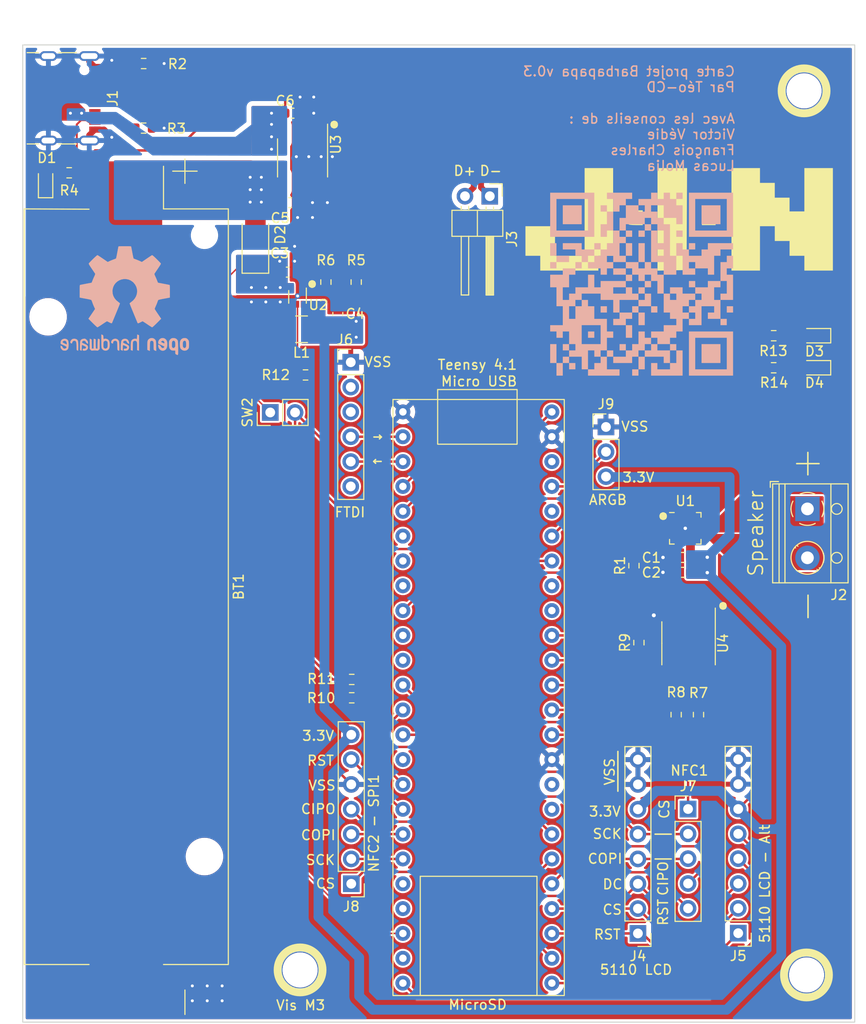
<source format=kicad_pcb>
(kicad_pcb (version 20221018) (generator pcbnew)
  (title_block (title "Carte projet Barbapapa") (date "2023-06-25") (rev "0.3") (company "Téo-CD"))
  (layers (0 "F.Cu" signal) (31 "B.Cu" power) (34 "B.Paste" user) (35 "F.Paste" user) (36 "B.SilkS" user "B.Silkscreen") (37 "F.SilkS" user "F.Silkscreen") (38 "B.Mask" user) (39 "F.Mask" user) (44 "Edge.Cuts" user))
  (net 0 "")
  (net 1 "/Power and USB/BATT_LOAD")
  (net 2 "VSS")
  (net 3 "/Power and USB/VBUS")
  (net 4 "Net-(D1-K)")
  (net 5 "Net-(D1-A)")
  (net 6 "Net-(J1-CC1)")
  (net 7 "/Power and USB/USB_D_P")
  (net 8 "/Power and USB/USB_D_N")
  (net 10 "Net-(J1-CC2)")
  (net 12 "/Audio/Speaker_P")
  (net 13 "/Audio/Speaker_N")
  (net 14 "/LCD connectors/LCD_RST")
  (net 15 "/LCD connectors/LCD_CS")
  (net 16 "/LCD connectors/LCD_DC")
  (net 17 "/SPI_COPI")
  (net 18 "/SPI_SCK")
  (net 19 "/LCD connectors/LCD_COPI_ALT")
  (net 20 "/LCD connectors/LCD_SCK_ALT")
  (net 23 "Net-(J6-Pin_4)")
  (net 24 "Net-(J6-Pin_5)")
  (net 26 "/NFC Connectors/NFC1_CS")
  (net 27 "/SPI_CIPO")
  (net 28 "/NFC2_CS")
  (net 29 "/SPI1_SCK")
  (net 30 "/SPI1_COPI")
  (net 31 "/SPI1_CIPO")
  (net 32 "/NFC Connectors/NFC2_RST")
  (net 33 "Net-(U2-SW)")
  (net 34 "/Audio/Amp_enable")
  (net 35 "Net-(U1-~{SD_MODE})")
  (net 36 "Net-(U2-FB)")
  (net 37 "Net-(U4-X0)")
  (net 38 "Net-(U4-X3)")
  (net 39 "/Audio/AMP_GAIN_EN")
  (net 40 "/Power and USB/VIN")
  (net 44 "/Audio_OUT")
  (net 47 "/Audio/AMP_GAIN0")
  (net 48 "/Audio/AMP_GAIN1")
  (net 51 "/Audio/LRCLK")
  (net 52 "/Audio/BCLK")
  (net 59 "Net-(U1-~{GAIN_SLOT})")
  (net 65 "/NFC1_RST")
  (net 66 "/BAT_SNS")
  (net 69 "/Reg_en")
  (net 70 "/Power and USB/BATT_SAFE")
  (net 71 "VDD")
  (net 72 "Net-(D3-A)")
  (net 73 "Net-(D4-A)")
  (net 74 "/DBG_LED_1")
  (net 75 "/DBG_LED_2")
  (net 76 "/ARGB_Data")
  (footprint "01_Passives:RES_0603" (layer "F.Cu") (at 51.2572 127 180)
    (fp_text reference "R11")
    (fp_text value "RES_0603_100K_1%")
  )
  (footprint "LED_SMD:LED_0603_1608Metric_Pad1.05x0.95mm_HandSolder" (layer "F.Cu") (at 98.6038 91.8464 180)
    (fp_text reference "D3")
    (fp_text value "LED")
  )
  (footprint "Connector_PinHeader_2.54mm:PinHeader_1x05_P2.54mm_Vertical" (layer "F.Cu") (at 85.667 140.2536)
    (fp_text reference "J7")
    (fp_text value "NFC1")
  )
  (footprint "01_Passives:RES_0603" (layer "F.Cu") (at 29.972 70.612 180)
    (fp_text reference "R3")
    (fp_text value "RES_0603_5K1_1%")
  )
  (footprint "Package_SO:SOIC-8_3.9x4.9mm_P1.27mm" (layer "F.Cu") (at 46.228 73.66 -90)
    (fp_text reference "U3")
    (fp_text value "MAX1811")
  )
  (footprint "01_Passives:RES_0603" (layer "F.Cu") (at 51.2572 128.8796)
    (fp_text reference "R10")
    (fp_text value "RES_0603_200k_1%")
  )
  (footprint "LOGO" (layer "F.Cu") (at 85.2424 80.2132)
    (fp_text reference "G***" hide)
    (fp_text value "LOGO" hide)
  )
  (footprint "MountingHole:MountingHole_3.2mm_M3" (layer "F.Cu") (at 97.536 66.802)
    (fp_text reference "H1" hide)
    (fp_text value "MountingHole")
  )
  (footprint "Diode_SMD:D_SOD-128" (layer "F.Cu") (at 41.402 82.296 90)
    (fp_text reference "D2")
    (fp_text value "PMEG3050EP-QX")
  )
  (footprint "Battery:BatteryHolder_Keystone_1042_1x18650" (layer "F.Cu") (at 28.193 117.516 -90)
    (fp_text reference "BT1")
    (fp_text value "Battery_Cell")
  )
  (footprint "01_Passives:CAP_0603" (layer "F.Cu") (at 85.1336 116.0474 180)
    (fp_text reference "C2")
    (fp_text value "CAP_0603_10uF_50V")
  )
  (footprint "Connector_PinHeader_2.54mm:PinHeader_1x02_P2.54mm_Vertical" (layer "F.Cu") (at 42.921 99.695 90)
    (fp_text reference "SW2")
    (fp_text value "Power switch")
  )
  (footprint "Connector_USB:USB_C_Receptacle_GCT_USB4105-xx-A_16P_TopMnt_Horizontal" (layer "F.Cu") (at 21.3 67.564 -90)
    (fp_text reference "J1")
    (fp_text value "USB_C_Receptacle_USB2.0")
  )
  (footprint "Stuff:Teensy 4.1" (layer "F.Cu") (at 64.1123 127.579)
    (fp_text reference "Teensy 4.1")
    (fp_text value "~")
  )
  (footprint "Connector_PinHeader_2.54mm:PinHeader_1x08_P2.54mm_Vertical" (layer "F.Cu") (at 80.5362 152.979 180)
    (fp_text reference "J4")
    (fp_text value "LCD SPI")
  )
  (footprint "01_Passives:RES_0603" (layer "F.Cu") (at 86.7338 130.6016 90)
    (fp_text reference "R7")
    (fp_text value "RES_0603_100K_1%")
  )
  (footprint "MountingHole:MountingHole_3.2mm_M3" (layer "F.Cu") (at 45.974 156.718)
    (fp_text reference "H3" hide)
    (fp_text value "MountingHole")
  )
  (footprint "01_Passives:CAP_0603" (layer "F.Cu") (at 44.704 85.344)
    (fp_text reference "C3")
    (fp_text value "CAP_0603_10uF_50V")
  )
  (footprint "01_Passives:RES_0603" (layer "F.Cu") (at 94.425 95.123 180)
    (fp_text reference "R14")
    (fp_text value "RES_0603_200_1%")
  )
  (footprint "LED_SMD:LED_0603_1608Metric_Pad1.05x0.95mm_HandSolder" (layer "F.Cu") (at 98.6 95.123 180)
    (fp_text reference "D4")
    (fp_text value "LED")
  )
  (footprint "01_Passives:RES_0603" (layer "F.Cu") (at 48.6156 86.36 90)
    (fp_text reference "R6")
    (fp_text value "RES_0603_44K2_1%")
  )
  (footprint "01_Passives:CAP_0603" (layer "F.Cu") (at 44.958 78.232 180)
    (fp_text reference "C5")
    (fp_text value "CAP_0603_10uF_50V")
  )
  (footprint "MountingHole:MountingHole_3.2mm_M3" (layer "F.Cu") (at 97.79 157.226)
    (fp_text reference "H2" hide)
    (fp_text value "MountingHole")
  )
  (footprint "Inductor_SMD:L_1210_3225Metric_Pad1.42x2.65mm_HandSolder" (layer "F.Cu") (at 46.1264 91.186)
    (fp_text reference "L1")
    (fp_text value "IND_1.5uH_5A_20%")
  )
  (footprint "Connector_PinHeader_2.54mm:PinHeader_1x07_P2.54mm_Vertical" (layer "F.Cu") (at 51.2091 147.899 180)
    (fp_text reference "J8")
    (fp_text value "NFC2")
  )
  (footprint "01_Passives:CAP_0603" (layer "F.Cu") (at 45.212 69.088 180)
    (fp_text reference "C6")
    (fp_text value "CAP_0603_10uF_50V")
  )
  (footprint "01_Passives:RES_0603" (layer "F.Cu") (at 46.5328 95.8596)
    (fp_text reference "R12")
    (fp_text value "RES_0603_5K1_1%")
  )
  (footprint "01_Passives:CAP_0603" (layer "F.Cu") (at 49.8348 89.6112 -90)
    (fp_text reference "C4")
    (fp_text value "CAP_0603_10uF_50V")
  )
  (footprint "Connector_PinHeader_2.54mm:PinHeader_1x06_P2.54mm_Vertical" (layer "F.Cu") (at 51.1583 94.559)
    (fp_text reference "J6")
    (fp_text value "Random FTDI")
  )
  (footprint "Package_TO_SOT_SMD:SOT-563" (layer "F.Cu") (at 45.712 87.872 -90)
    (fp_text reference "U2")
    (fp_text value "AP61201Z6-7 buck")
  )
  (footprint "01_Passives:RES_0603" (layer "F.Cu") (at 84.4478 130.6016 90)
    (fp_text reference "R8")
    (fp_text value "RES_0603_100K_1%")
  )
  (footprint "01_Passives:CAP_0603" (layer "F.Cu") (at 85.1336 114.5234 180)
    (fp_text reference "C1")
    (fp_text value "CAP_0603_100nF_50V")
  )
  (footprint "Connector_PinHeader_2.54mm:PinHeader_1x03_P2.54mm_Vertical" (layer "F.Cu") (at 77.2695 101.178)
    (fp_text reference "J9")
    (fp_text value "RGB_LED")
  )
  (footprint "01_Passives:RES_0603" (layer "F.Cu") (at 51.7144 86.36 -90)
    (fp_text reference "R5")
    (fp_text value "RES_0603_200k_1%")
  )
  (footprint "01_Passives:RES_0603" (layer "F.Cu") (at 22.352 75.184)
    (fp_text reference "R4")
    (fp_text value "RES_0603_200_1%")
  )
  (footprint "Package_SO:TSSOP-16_4.4x5mm_P0.65mm" (layer "F.Cu") (at 85.7178 123.3041 -90)
    (fp_text reference "U4")
    (fp_text value "CD4051B")
  )
  (footprint "TerminalBlock_RND:TerminalBlock_RND_205-00012_1x02_P5.00mm_Horizontal" (layer "F.Cu") (at 97.8787 109.5596 -90)
    (fp_text reference "J2")
    (fp_text value "Speaker")
  )
  (footprint "01_Passives:RES_0603" (layer "F.Cu") (at 94.4288 91.8464)
    (fp_text reference "R13")
    (fp_text value "RES_0603_200_1%")
  )
  (footprint "01_Passives:RES_0603" (layer "F.Cu") (at 29.972 64.008)
    (fp_text reference "R2")
    (fp_text value "RES_0603_5K1_1%")
  )
  (footprint "LED_SMD:LED_0603_1608Metric_Pad1.05x0.95mm_HandSolder" (layer "F.Cu") (at 19.939 76.073 90)
    (fp_text reference "D1")
    (fp_text value "LED")
  )
  (footprint "LOGO" (layer "F.Cu") (at 80.9244 86.5632)
    (fp_text reference "G***" hide)
    (fp_text value "LOGO" hide)
  )
  (footprint "Connector_PinHeader_2.54mm:PinHeader_1x08_P2.54mm_Vertical" (layer "F.Cu") (at 90.7978 152.9536 180)
    (fp_text reference "J5")
    (fp_text value "LCD Soft SPI")
  )
  (footprint "01_Passives:RES_0603" (layer "F.Cu") (at 80.6378 123.2356 90)
    (fp_text reference "R9")
    (fp_text value "RES_0603_5K1_1%")
  )
  (footprint "Connector_PinHeader_2.54mm:PinHeader_1x02_P2.54mm_Horizontal" (layer "F.Cu") (at 65.3823 77.579 -90)
    (fp_text reference "J3")
    (fp_text value "Conn_01x02")
  )
  (footprint "Package_DFN_QFN:TQFN-16-1EP_3x3mm_P0.5mm_EP1.23x1.23mm" (layer "F.Cu") (at 85.3816 111.5439)
    (fp_text reference "U1")
    (fp_text value "MAX98357A/B")
  )
  (footprint "01_Passives:RES_0603" (layer "F.Cu") (at 80.1298 115.3616 90)
    (fp_text reference "R1")
    (fp_text value "RES_0603_634K_1%")
  )
  (footprint "Symbol:OSHW-Logo2_14.6x12mm_SilkScreen" (layer "B.Cu") (at 28.0416 88.2396 180)
    (fp_text reference "REF**" hide)
    (fp_text value "OSHW-Logo2_14.6x12mm_SilkScreen" hide)
  )
  (gr_circle (center 97.536 66.802) (end 99.836 66.802) (stroke (width 0.8)) (fill none) (layer "F.SilkS"))
  (gr_line (start 82.296 145.3642) (end 83.947 145.3642) (stroke (width 0.153)) (layer "F.SilkS"))
  (gr_circle (center 97.7808 157.226) (end 100.0808 157.226) (stroke (width 0.8)) (fill none) (layer "F.SilkS"))
  (gr_line (start 78.486 134.366) (end 78.486 138.43) (stroke (width 0.153)) (layer "F.SilkS"))
  (gr_circle (center 45.974 156.7088) (end 48.274 156.7088) (stroke (width 0.8)) (fill none) (layer "F.SilkS"))
  (gr_line (start 82.296 142.8242) (end 83.947 142.8242) (stroke (width 0.153)) (layer "F.SilkS"))
  (gr_rect (start 17.6022 62.103) (end 102.7176 162.052) (stroke (width 0.1)) (fill none) (layer "Edge.Cuts"))
  (gr_text "${TITLE} v${REVISION}\nPar ${COMPANY}\n\nAvec les conseils de :\nVictor Védie\nFrançois Charles\nLucas Molia" (at 90.551 75.057) (layer "B.SilkS") (effects (font (size 1 1) (thickness 0.153)) (justify left bottom mirror)))
  (gr_text "3.3V" (at 46.101 133.35) (layer "F.SilkS") (effects (font (size 1 1) (thickness 0.153)) (justify left bottom)))
  (gr_text "+" (at 95.9639 106.4462) (layer "F.SilkS") (effects (font (size 3 3) (thickness 0.153)) (justify left bottom)))
  (gr_text "-" (at 96.4211 117.5714 -90) (layer "F.SilkS") (effects (font (size 3 3) (thickness 0.153)) (justify left bottom)))
  (gr_text "Vis M3" (at 43.434 160.909) (layer "F.SilkS") (effects (font (size 1 1) (thickness 0.153)) (justify left bottom)))
  (gr_text "RST" (at 83.693 152.273 90) (layer "F.SilkS") (effects (font (size 1 1) (thickness 0.153)) (justify left bottom)))
  (gr_text "VSS" (at 52.451 95.123) (layer "F.SilkS") (effects (font (size 1 1) (thickness 0.153)) (justify left bottom)))
  (gr_text "●" (at 46.612 86.972) (layer "F.SilkS") (effects (font (size 0.8 0.8) (thickness 0.153)) (justify left bottom)))
  (gr_text "CS" (at 76.835 151.13) (layer "F.SilkS") (effects (font (size 1 1) (thickness 0.153)) (justify left bottom)))
  (gr_text "CIPO" (at 83.693 149.225 90) (layer "F.SilkS") (effects (font (size 1 1) (thickness 0.153)) (justify left bottom)))
  (gr_text "NFC1" (at 83.7692 136.906) (layer "F.SilkS") (effects (font (size 1 1) (thickness 0.153)) (justify left bottom)))
  (gr_text "DC" (at 76.835 148.5392) (layer "F.SilkS") (effects (font (size 1 1) (thickness 0.153)) (justify left bottom)))
  (gr_text "SCK" (at 46.482 146.05) (layer "F.SilkS") (effects (font (size 1 1) (thickness 0.153)) (justify left bottom)))
  (gr_text "RST" (at 46.609 135.89) (layer "F.SilkS") (effects (font (size 1 1) (thickness 0.153)) (justify left bottom)))
  (gr_text "RST" (at 75.946 153.67) (layer "F.SilkS") (effects (font (size 1 1) (thickness 0.153)) (justify left bottom)))
  (gr_text "VSS" (at 46.736 138.43) (layer "F.SilkS") (effects (font (size 1 1) (thickness 0.153)) (justify left bottom)))
  (gr_text "●" (at 48.8696 70.6628) (layer "F.SilkS") (effects (font (size 0.8 0.8) (thickness 0.153)) (justify left bottom)))
  (gr_text "●" (at 82.5246 110.7134) (layer "F.SilkS") (effects (font (size 0.8 0.8) (thickness 0.153)) (justify left bottom)))
  (gr_text "SCK" (at 75.819 143.383) (layer "F.SilkS") (effects (font (size 1 1) (thickness 0.153)) (justify left bottom)))
  (gr_text "Speaker" (at 93.472 116.586 90) (layer "F.SilkS") (effects (font (size 1.5 1.5) (thickness 0.153)) (justify left bottom)))
  (gr_text "VSS" (at 78.74 101.727) (layer "F.SilkS") (effects (font (size 1 1) (thickness 0.153)) (justify left bottom)))
  (gr_text "ARGB" (at 75.438 109.22) (layer "F.SilkS") (effects (font (size 1 1) (thickness 0.153)) (justify left bottom)))
  (gr_text "5110 LCD" (at 76.5556 157.2768) (layer "F.SilkS") (effects (font (size 1 1) (thickness 0.153)) (justify left bottom)))
  (gr_text "D+" (at 61.595 75.565) (layer "F.SilkS") (effects (font (size 1 1) (thickness 0.153)) (justify left bottom)))
  (gr_text "VSS" (at 78.232 137.922 90) (layer "F.SilkS") (effects (font (size 1 1) (thickness 0.153)) (justify left bottom)))
  (gr_text "D-" (at 64.262 75.565) (layer "F.SilkS") (effects (font (size 1 1) (thickness 0.153)) (justify left bottom)))
  (gr_text "●" (at 88.646 119.888) (layer "F.SilkS") (effects (font (size 0.8 0.8) (thickness 0.153)) (justify left bottom)))
  (gr_text "COPI" (at 45.974 143.51) (layer "F.SilkS") (effects (font (size 1 1) (thickness 0.153)) (justify left bottom)))
  (gr_text "→" (at 54.61 104.1908 180) (layer "F.SilkS") (effects (font (size 1 1) (thickness 0.153)) (justify left bottom)))
  (gr_text "CS" (at 47.498 148.463) (layer "F.SilkS") (effects (font (size 1 1) (thickness 0.153)) (justify left bottom)))
  (gr_text "CS" (at 83.82 141.351 90) (layer "F.SilkS") (effects (font (size 1 1) (thickness 0.153)) (justify left bottom)))
  (gr_text "3.3V" (at 78.867 106.934) (layer "F.SilkS") (effects (font (size 1 1) (thickness 0.153)) (justify left bottom)))
  (gr_text "5110 LCD - Alt" (at 94.107 154.0458 90) (layer "F.SilkS") (effects (font (size 1 1) (thickness 0.153)) (justify left bottom)))
  (gr_text "NFC2 - SPI1" (at 54.102 146.812 90) (layer "F.SilkS") (effects (font (size 1 1) (thickness 0.153)) (justify left bottom)))
  (gr_text "3.3V" (at 75.438 141.097) (layer "F.SilkS") (effects (font (size 1 1) (thickness 0.153)) (justify left bottom)))
  (gr_text "CIPO" (at 45.974 140.843) (layer "F.SilkS") (effects (font (size 1 1) (thickness 0.153)) (justify left bottom)))
  (gr_text "FTDI" (at 49.4284 110.49) (layer "F.SilkS") (effects (font (size 1 1) (thickness 0.153)) (justify left bottom)))
  (gr_text "→" (at 53.1876 102.7176) (layer "F.SilkS") (effects (font (size 1 1) (thickness 0.153)) (justify left bottom)))
  (gr_text "COPI" (at 75.311 145.923) (layer "F.SilkS") (effects (font (size 1 1) (thickness 0.153)) (justify left bottom)))
  (via (at 40.8686 76.9112) (size 0.56) (drill 0.3) (layers "F.Cu" "B.Cu") (net 1))
  (via (at 40.8686 78.1812) (size 0.56) (drill 0.3) (layers "F.Cu" "B.Cu") (net 1))
  (via (at 42.0116 76.9112) (size 0.56) (drill 0.3) (layers "F.Cu" "B.Cu") (net 1))
  (via (at 42.0116 78.1812) (size 0.56) (drill 0.3) (layers "F.Cu" "B.Cu") (net 1))
  (via (at 42.0116 75.6412) (size 0.56) (drill 0.3) (layers "F.Cu" "B.Cu") (net 1))
  (via (at 40.8686 75.6412) (size 0.56) (drill 0.3) (layers "F.Cu" "B.Cu") (net 1))
  (segment (start 83.0966 116.0474) (end 84.3586 116.0474) (width 0.4) (layer "F.Cu") (net 2))
  (segment (start 85.1316 110.1064) (end 85.1316 111.2939) (width 0.15) (layer "F.Cu") (net 2))
  (segment (start 83.9441 111.7939) (end 85.1316 111.7939) (width 0.15) (layer "F.Cu") (net 2))
  (segment (start 83.1016 114.5234) (end 84.3586 114.5234) (width 0.4) (layer "F.Cu") (net 2))
  (segment (start 83.4428 120.4416) (end 82.1618 120.4416) (width 0.25) (layer "F.Cu") (net 2))
  (segment (start 49.3268 129.3876) (end 49.3268 135.8567) (width 0.25) (layer "F.Cu") (net 2))
  (segment (start 49.3268 135.8567) (end 51.2091 137.739) (width 0.25) (layer "F.Cu") (net 2))
  (segment (start 83.4428 120.4416) (end 84.0928 120.4416) (width 0.25) (layer "F.Cu") (net 2))
  (segment (start 87.3428 124.91533) (end 87.3428 126.1666) (width 0.25) (layer "F.Cu") (net 2))
  (segment (start 24.405 63.789) (end 24.98 64.364) (width 0.6) (layer "F.Cu") (net 2))
  (segment (start 32.0654 70.612) (end 30.797 70.612) (width 0.25) (layer "F.Cu") (net 2))
  (segment (start 51.1583 94.559) (end 47.9858 94.559) (width 0.15) (layer "F.Cu") (net 2))
  (segment (start 86.9828 135.1736) (end 90.7978 135.1736) (width 0.25) (layer "F.Cu") (net 2))
  (segment (start 84.0928 120.4416) (end 84.0928 121.66533) (width 0.25) (layer "F.Cu") (net 2))
  (segment (start 24.98 70.764) (end 25.9224 70.764) (width 0.6) (layer "F.Cu") (net 2))
  (segment (start 47.9858 94.559) (end 47.3578 95.187) (width 0.15) (layer "F.Cu") (net 2))
  (segment (start 47.3578 95.187) (end 47.3578 95.8596) (width 0.15) (layer "F.Cu") (net 2))
  (segment (start 24.98 64.364) (end 26.024 64.364) (width 0.6) (layer "F.Cu") (net 2))
  (segment (start 86.8191 111.2939) (end 85.6316 111.2939) (width 0.15) (layer "F.Cu") (net 2))
  (segment (start 50.4322 128.8796) (end 49.8348 128.8796) (width 0.25) (layer "F.Cu") (net 2))
  (segment (start 25.9224 70.764) (end 26.7102 71.5518) (width 0.6) (layer "F.Cu") (net 2))
  (segment (start 24.405 71.884) (end 24.405 71.339) (width 0.6) (layer "F.Cu") (net 2))
  (segment (start 32.0654 64.008) (end 30.797 64.008) (width 0.25) (layer "F.Cu") (net 2))
  (segment (start 49.8348 128.8796) (end 49.3268 129.3876) (width 0.25) (layer "F.Cu") (net 2))
  (segment (start 84.4478 132.6386) (end 86.9828 135.1736) (width 0.25) (layer "F.Cu") (net 2))
  (segment (start 84.4478 131.4266) (end 84.4478 132.6386) (width 0.25) (layer "F.Cu") (net 2))
  (segment (start 84.0928 121.66533) (end 87.3428 124.91533) (width 0.25) (layer "F.Cu") (net 2))
  (segment (start 26.024 64.364) (end 26.7102 63.6778) (width 0.6) (layer "F.Cu") (net 2))
  (segment (start 24.405 63.244) (end 24.405 63.789) (width 0.6) (layer "F.Cu") (net 2))
  (segment (start 24.405 71.339) (end 24.98 70.764) (width 0.6) (layer "F.Cu") (net 2))
  (via (at 47.244 78.232) (size 0.56) (drill 0.3) (layers "F.Cu" "B.Cu") (net 2))
  (via (at 34.9504 159.8676) (size 0.56) (drill 0.3) (layers "F.Cu" "B.Cu") (net 2))
  (via (at 36.4744 159.8676) (size 0.56) (drill 0.3) (layers "F.Cu" "B.Cu") (net 2))
  (via (at 45.4152 82.7024) (size 0.56) (drill 0.3) (layers "F.Cu" "B.Cu") (net 2))
  (via (at 82.1618 120.4416) (size 0.8) (drill 0.4) (layers "F.Cu" "B.Cu") (net 2))
  (via (at 45.72 79.756) (size 0.56) (drill 0.3) (layers "F.Cu" "B.Cu") (net 2))
  (via (at 42.4688 88.392) (size 0.56) (drill 0.3) (layers "F.Cu" "B.Cu") (net 2))
  (via (at 32.0654 64.008) (size 0.56) (drill 0.3) (layers "F.Cu" "B.Cu") (net 2))
  (via (at 45.4152 84.2264) (size 0.56) (drill 0.3) (layers "F.Cu" "B.Cu") (net 2))
  (via (at 47.371 67.437) (size 0.56) (drill 0.3) (layers "F.Cu" "B.Cu") (net 2))
  (via (at 48.768 78.232) (size 0.56) (drill 0.3) (layers "F.Cu" "B.Cu") (net 2))
  (via (at 47.244 79.756) (size 0.56) (drill 0.3) (layers "F.Cu" "B.Cu") (net 2))
  (via (at 37.9984 158.3436) (size 0.56) (drill 0.3) (layers "F.Cu" "B.Cu") (net 2))
  (via (at 45.72 87.7824) (size 0.56) (drill 0.3) (layers "F.Cu" "B.Cu") (net 2))
  (via (at 34.9504 158.3436) (size 0.56) (drill 0.3) (layers "F.Cu" "B.Cu") (net 2))
  (via (at 45.593 73.533) (size 0.56) (drill 0.3) (layers "F.Cu" "B.Cu") (net 2))
  (via (at 45.974 67.437) (size 0.56) (drill 0.3) (layers "F.Cu" "B.Cu") (net 2))
  (via (at 26.7102 63.6778) (size 0.56) (drill 0.3) (layers "F.Cu" "B.Cu") (net 2))
  (via (at 46.863 73.533) (size 0.56) (drill 0.3) (layers "F.Cu" "B.Cu") (net 2))
  (via (at 36.4744 158.3436) (size 0.56) (drill 0.3) (layers "F.Cu" "B.Cu") (net 2))
  (via (at 40.9956 88.392) (size 0.56) (drill 0.3) (layers "F.Cu" "B.Cu") (net 2))
  (via (at 43.942 88.392) (size 0.56) (drill 0.3) (layers "F.Cu" "B.Cu") (net 2))
  (via (at 32.0654 70.612) (size 0.56) (drill 0.3) (layers "F.Cu" "B.Cu") (net 2))
  (via (at 49.276 73.533) (size 0.56) (drill 0.3) (layers "F.Cu" "B.Cu") (net 2))
  (via (at 85.3816 111.5439) (size 0.61) (drill 0.35) (layers "F.Cu" "B.Cu") (net 2))
  (via (at 83.0966 116.0474) (size 0.61) (drill 0.35) (layers "F.Cu" "B.Cu") (net 2))
  (via (at 26.7102 71.5518) (size 0.56) (drill 0.3) (layers "F.Cu" "B.Cu") (net 2))
  (via (at 37.9984 159.8676) (size 0.56) (drill 0.3) (layers "F.Cu" "B.Cu") (net 2))
  (via (at 83.1016 114.5234) (size 0.61) (drill 0.35) (layers "F.Cu" "B.Cu") (net 2))
  (via (at 47.371 69.088) (size 0.56) (drill 0.3) (layers "F.Cu" "B.Cu") (net 2))
  (via (at 48.133 73.533) (size 0.56) (drill 0.3) (layers "F.Cu" "B.Cu") (net 2))
  (segment (start 46.863 71.185) (end 48.133 71.185) (width 0.25) (layer "F.Cu") (net 3))
  (segment (start 51.054 71.758) (end 50.481 71.185) (width 0.25) (layer "F.Cu") (net 3))
  (segment (start 50.481 66.991) (end 50.481 71.185) (width 0.25) (layer "F.Cu") (net 3))
  (segment (start 44.958 66.421) (end 49.911 66.421) (width 0.25) (layer "F.Cu") (net 3))
  (segment (start 23.177 75.184) (end 23.128 75.135) (width 0.2) (layer "F.Cu") (net 3))
  (segment (start 51.054 73.7616) (end 51.054 71.758) (width 0.25) (layer "F.Cu") (net 3))
  (segment (start 24.8152 69.7992) (end 24.98 69.964) (width 0.2) (layer "F.Cu") (net 3))
  (segment (start 46.863 76.135) (end 46.863 75.758249) (width 0.25) (layer "F.Cu") (net 3))
  (segment (start 44.45 66.929) (end 44.958 66.421) (width 0.25) (layer "F.Cu") (net 3))
  (segment (start 48.133 71.185) (end 50.481 71.185) (width 0.25) (layer "F.Cu") (net 3))
  (segment (start 23.5712 69.7992) (end 24.8152 69.7992) (width 0.2) (layer "F.Cu") (net 3))
  (segment (start 44.45 69.075) (end 44.45 66.929) (width 0.25) (layer "F.Cu") (net 3))
  (segment (start 23.128 75.135) (end 23.128 70.2424) (width 0.2) (layer "F.Cu") (net 3))
  (segment (start 49.911 66.421) (end 50.481 66.991) (width 0.25) (layer "F.Cu") (net 3))
  (segment (start 46.863 75.758249) (end 47.742049 74.8792) (width 0.25) (layer "F.Cu") (net 3))
  (segment (start 49.9364 74.8792) (end 51.054 73.7616) (width 0.25) (layer "F.Cu") (net 3))
  (segment (start 47.742049 74.8792) (end 49.9364 74.8792) (width 0.25) (layer "F.Cu") (net 3))
  (segment (start 23.128 70.2424) (end 23.5712 69.7992) (width 0.2) (layer "F.Cu") (net 3))
  (segment (start 44.437 69.088) (end 44.45 69.075) (width 0.25) (layer "F.Cu") (net 3))
  (via (at 43.053 71.501) (size 0.56) (drill 0.3) (layers "F.Cu" "B.Cu") (net 3))
  (via (at 43.053 70.231) (size 0.56) (drill 0.3) (layers "F.Cu" "B.Cu") (net 3))
  (via (at 22.479 69.088) (size 0.56) (drill 0.3) (layers "F.Cu" "B.Cu") (net 3))
  (via (at 43.053 69.088) (size 0.56) (drill 0.3) (layers "F.Cu" "B.Cu") (net 3))
  (via (at 43.053 72.771) (size 0.56) (drill 0.3) (layers "F.Cu" "B.Cu") (net 3))
  (via (at 23.622 69.088) (size 0.56) (drill 0.3) (layers "F.Cu" "B.Cu") (net 3))
  (segment (start 51.431 67.407841) (end 50.063159 66.04) (width 0.25) (layer "F.Cu") (net 4))
  (segment (start 38.735 67.437) (end 33.274 72.898) (width 0.25) (layer "F.Cu") (net 4))
  (segment (start 33.274 72.898) (end 25.005 72.898) (width 0.25) (layer "F.Cu") (net 4))
  (segment (start 43.307 67.437) (end 38.735 67.437) (width 0.25) (layer "F.Cu") (net 4))
  (segment (start 44.704 66.04) (end 43.307 67.437) (width 0.25) (layer "F.Cu") (net 4))
  (segment (start 51.431 73.917758) (end 51.431 67.407841) (width 0.25) (layer "F.Cu") (net 4))
  (segment (start 23.128 76.948) (end 19.939 76.948) (width 0.25) (layer "F.Cu") (net 4))
  (segment (start 24.003 73.9) (end 24.003 76.073) (width 0.25) (layer "F.Cu") (net 4))
  (segment (start 48.133 76.135) (end 49.213758 76.135) (width 0.25) (layer "F.Cu") (net 4))
  (segment (start 24.003 76.073) (end 23.128 76.948) (width 0.25) (layer "F.Cu") (net 4))
  (segment (start 25.005 72.898) (end 24.003 73.9) (width 0.25) (layer "F.Cu") (net 4))
  (segment (start 50.063159 66.04) (end 44.704 66.04) (width 0.25) (layer "F.Cu") (net 4))
  (segment (start 49.213758 76.135) (end 51.431 73.917758) (width 0.25) (layer "F.Cu") (net 4))
  (segment (start 21.527 75.184) (end 19.953 75.184) (width 0.2) (layer "F.Cu") (net 5))
  (segment (start 19.953 75.184) (end 19.939 75.198) (width 0.2) (layer "F.Cu") (net 5))
  (segment (start 28.111 64.008) (end 29.147 64.008) (width 0.25) (layer "F.Cu") (net 6))
  (segment (start 24.98 66.314) (end 25.805 66.314) (width 0.25) (layer "F.Cu") (net 6))
  (segment (start 25.805 66.314) (end 28.111 64.008) (width 0.25) (layer "F.Cu") (net 6))
  (segment (start 25.709 67.314) (end 25.9842 67.5892) (width 0.25) (layer "F.Cu") (net 7))
  (segment (start 63.737299 75.697631) (end 52.778268 64.7386) (width 0.6) (layer "F.Cu") (net 7))
  (segment (start 25.9842 67.5892) (end 25.9842 68.1848) (width 0.25) (layer "F.Cu") (net 7))
  (segment (start 62.8423 77.579) (end 63.737299 76.684001) (width 0.6) (layer "F.Cu") (net 7))
  (segment (start 36.578932 64.7386) (end 33.764836 67.552696) (width 0.6) (layer "F.Cu") (net 7))
  (segment (start 63.737299 76.684001) (end 63.737299 75.697631) (width 0.6) (layer "F.Cu") (net 7))
  (segment (start 52.778268 64.7386) (end 36.578932 64.7386) (width 0.6) (layer "F.Cu") (net 7))
  (segment (start 33.764836 67.552696) (end 26.495039 67.552696) (width 0.6) (layer "F.Cu") (net 7))
  (segment (start 24.98 67.314) (end 25.709 67.314) (width 0.25) (layer "F.Cu") (net 7))
  (segment (start 25.855 68.314) (end 24.98 68.314) (width 0.25) (layer "F.Cu") (net 7))
  (segment (start 25.9842 68.1848) (end 25.855 68.314) (width 0.25) (layer "F.Cu") (net 7))
  (segment (start 33.454172 66.802696) (end 26.09695 66.802696) (width 0.6) (layer "F.Cu") (net 8))
  (segment (start 36.268268 63.9886) (end 33.454172 66.802696) (width 0.6) (layer "F.Cu") (net 8))
  (segment (start 53.088932 63.9886) (end 36.268268 63.9886) (width 0.6) (layer "F.Cu") (net 8))
  (segment (start 23.8146 67.5236) (end 24.105 67.814) (width 0.25) (layer "F.Cu") (net 8))
  (segment (start 64.487301 76.684001) (end 64.487301 75.386969) (width 0.6) (layer "F.Cu") (net 8))
  (segment (start 24.105 66.814) (end 23.8146 67.1044) (width 0.25) (layer "F.Cu") (net 8))
  (segment (start 23.8146 67.1044) (end 23.8146 67.5236) (width 0.25) (layer "F.Cu") (net 8))
  (segment (start 64.487301 75.386969) (end 53.088932 63.9886) (width 0.6) (layer "F.Cu") (net 8))
  (segment (start 24.105 67.814) (end 24.98 67.814) (width 0.25) (layer "F.Cu") (net 8))
  (segment (start 65.3823 77.579) (end 64.487301 76.684001) (width 0.6) (layer "F.Cu") (net 8))
  (segment (start 24.98 66.814) (end 24.105 66.814) (width 0.25) (layer "F.Cu") (net 8))
  (segment (start 26.769 69.314) (end 28.067 70.612) (width 0.25) (layer "F.Cu") (net 10))
  (segment (start 24.98 69.314) (end 26.769 69.314) (width 0.25) (layer "F.Cu") (net 10))
  (segment (start 28.067 70.612) (end 29.147 70.612) (width 0.25) (layer "F.Cu") (net 10))
  (segment (start 88.9182 154.8332) (end 90.7978 152.9536) (width 0.25) (layer "F.Cu") (net 14))
  (segment (start 80.9934 152.979) (end 82.8476 154.8332) (width 0.25) (layer "F.Cu") (net 14))
  (segment (start 82.8476 154.8332) (end 88.9182 154.8332) (width 0.25) (layer "F.Cu") (net 14))
  (segment (start 80.5362 152.979) (end 71.7323 152.979) (width 0.25) (layer "F.Cu") (net 14))
  (segment (start 80.5362 150.439) (end 71.7323 150.439) (width 0.25) (layer "F.Cu") (net 15))
  (segment (start 84.1176 154.0204) (end 87.191 154.0204) (width 0.25) (layer "F.Cu") (net 15))
  (segment (start 80.5362 150.439) (end 84.1176 154.0204) (width 0.25) (layer "F.Cu") (net 15))
  (segment (start 87.191 154.0204) (end 90.7978 150.4136) (width 0.25) (layer "F.Cu") (net 15))
  (segment (start 79.2916 149.1436) (end 71.0744 149.1436) (width 0.25) (layer "F.Cu") (net 16))
  (segment (start 70.104 150.114) (end 71.0744 149.1436) (width 0.25) (layer "F.Cu") (net 16))
  (segment (start 80.5362 147.899) (end 84.8288 152.1916) (width 0.25) (layer "F.Cu") (net 16))
  (segment (start 86.4798 152.1916) (end 90.7978 147.8736) (width 0.25) (layer "F.Cu") (net 16))
  (segment (start 70.104 153.8907) (end 70.104 150.114) (width 0.25) (layer "F.Cu") (net 16))
  (segment (start 84.8288 152.1916) (end 86.4798 152.1916) (width 0.25) (layer "F.Cu") (net 16))
  (segment (start 71.7323 155.519) (end 70.104 153.8907) (width 0.25) (layer "F.Cu") (net 16))
  (segment (start 79.2916 149.1436) (end 80.5362 147.899) (width 0.25) (layer "F.Cu") (net 16))
  (segment (start 59.3167 133.9036) (end 55.5067 133.9036) (width 0.25) (layer "F.Cu") (net 17))
  (segment (start 85.6416 145.359) (end 85.667 145.3336) (width 0.25) (layer "F.Cu") (net 17))
  (segment (start 80.5362 145.359) (end 78.9001 145.359) (width 0.25) (layer "F.Cu") (net 17))
  (segment (start 55.5067 133.9036) (end 54.9987 133.3956) (width 0.25) (layer "F.Cu") (net 17))
  (segment (start 54.9987 133.3956) (end 54.9987 131.6126) (width 0.25) (layer "F.Cu") (net 17))
  (segment (start 80.5362 145.359) (end 85.6416 145.359) (width 0.25) (layer "F.Cu") (net 17))
  (segment (start 54.9987 131.6126) (end 56.4923 130.119) (width 0.25) (layer "F.Cu") (net 17))
  (segment (start 64.3967 138.9836) (end 59.3167 133.9036) (width 0.25) (layer "F.Cu") (net 17))
  (segment (start 78.9001 145.359) (end 72.5247 138.9836) (width 0.25) (layer "F.Cu") (net 17))
  (segment (start 72.5247 138.9836) (end 64.3967 138.9836) (width 0.25) (layer "F.Cu") (net 17))
  (segment (start 78.486 137.7188) (end 73.4262 132.659) (width 0.25) (layer "F.Cu") (net 18))
  (segment (start 78.486 140.7688) (end 78.486 137.7188) (width 0.25) (layer "F.Cu") (net 18))
  (segment (start 85.6416 142.819) (end 85.667 142.7936) (width 0.25) (layer "F.Cu") (net 18))
  (segment (start 80.5362 142.819) (end 85.6416 142.819) (width 0.25) (layer "F.Cu") (net 18))
  (segment (start 73.4262 132.659) (end 71.7323 132.659) (width 0.25) (layer "F.Cu") (net 18))
  (segment (start 80.5362 142.819) (end 78.486 140.7688) (width 0.25) (layer "F.Cu") (net 18))
  (segment (start 88.0424 158.059) (end 93.0838 153.0176) (width 0.25) (layer "F.Cu") (net 19))
  (segment (start 93.0838 153.0176) (end 93.0838 147.6196) (width 0.25) (layer "F.Cu") (net 19))
  (segment (start 93.0838 147.6196) (end 90.7978 145.3336) (width 0.25) (layer "F.Cu") (net 19))
  (segment (start 71.7323 158.059) (end 88.0424 158.059) (width 0.25) (layer "F.Cu") (net 19))
  (segment (start 57.9199 159.4866) (end 56.4923 158.059) (width 0.25) (layer "F.Cu") (net 20))
  (segment (start 93.7768 145.7726) (end 93.7768 153.6192) (width 0.25) (layer "F.Cu") (net 20))
  (segment (start 93.7768 153.6192) (end 87.9094 159.4866) (width 0.25) (layer "F.Cu") (net 20))
  (segment (start 87.9094 159.4866) (end 57.9199 159.4866) (width 0.25) (layer "F.Cu") (net 20))
  (segment (start 90.7978 142.7936) (end 93.7768 145.7726) (width 0.25) (layer "F.Cu") (net 20))
  (segment (start 51.1583 102.179) (end 56.4923 102.179) (width 0.25) (layer "F.Cu") (net 23))
  (segment (start 56.4923 104.719) (end 51.1583 104.719) (width 0.25) (layer "F.Cu") (net 24))
  (segment (start 81.1458 131.3636) (end 60.2769 131.3636) (width 0.25) (layer "F.Cu") (net 26))
  (segment (start 60.2769 131.3636) (end 56.4923 127.579) (width 0.25) (layer "F.Cu") (net 26))
  (segment (start 85.667 135.8848) (end 81.1458 131.3636) (width 0.25) (layer "F.Cu") (net 26))
  (segment (start 85.667 140.2536) (end 85.667 135.8848) (width 0.25) (layer "F.Cu") (net 26))
  (segment (start 87.2418 144.8256) (end 87.2418 146.2988) (width 0.25) (layer "F.Cu") (net 27))
  (segment (start 76.835 139.827) (end 76.835 141.351) (width 0.25) (layer "F.Cu") (net 27))
  (segment (start 61.6281 132.659) (end 65.4127 136.4436) (width 0.25) (layer "F.Cu") (net 27))
  (segment (start 86.4798 144.0636) (end 87.2418 144.8256) (width 0.25) (layer "F.Cu") (net 27))
  (segment (start 65.4127 136.4436) (end 73.4516 136.4436) (width 0.25) (layer "F.Cu") (net 27))
  (segment (start 87.2418 146.2988) (end 85.667 147.8736) (width 0.25) (layer "F.Cu") (net 27))
  (segment (start 56.4923 132.659) (end 61.6281 132.659) (width 0.25) (layer "F.Cu") (net 27))
  (segment (start 76.835 141.351) (end 79.5476 144.0636) (width 0.25) (layer "F.Cu") (net 27))
  (segment (start 79.5476 144.0636) (end 86.4798 144.0636) (width 0.25) (layer "F.Cu") (net 27))
  (segment (start 73.4516 136.4436) (end 76.835 139.827) (width 0.25) (layer "F.Cu") (net 27))
  (segment (start 70.4063 146.685) (end 71.7323 145.359) (width 0.25) (layer "F.Cu") (net 28))
  (segment (start 52.4231 146.685) (end 70.4063 146.685) (width 0.25) (layer "F.Cu") (net 28))
  (segment (start 51.2091 147.899) (end 52.4231 146.685) (width 0.25) (layer "F.Cu") (net 28))
  (segment (start 56.4923 145.359) (end 51.2091 145.359) (width 0.25) (layer "F.Cu") (net 29))
  (segment (start 56.4923 142.819) (end 51.2091 142.819) (width 0.25) (layer "F.Cu") (net 30))
  (segment (start 52.4791 141.549) (end 70.4623 141.549) (width 0.25) (layer "F.Cu") (net 31))
  (segment (start 70.4623 141.549) (end 71.7323 142.819) (width 0.25) (layer "F.Cu") (net 31))
  (segment (start 51.2091 140.279) (end 52.4791 141.549) (width 0.25) (layer "F.Cu") (net 31))
  (segment (start 56.2891 140.279) (end 56.4923 140.279) (width 0.25) (layer "F.Cu") (net 32))
  (segment (start 51.2091 135.199) (end 56.2891 140.279) (width 0.25) (layer "F.Cu") (net 32))
  (segment (start 45.142 90.4375) (end 45.142 88.622) (width 0.4) (layer "F.Cu") (net 33))
  (segment (start 80.1298 116.1866) (end 80.1298 117.4822) (width 0.25) (layer "F.Cu") (net 34))
  (segment (start 80.1298 117.4822) (end 75.113 122.499) (width 0.25) (layer "F.Cu") (net 34))
  (segment (start 75.113 122.499) (end 71.7323 122.499) (width 0.25) (layer "F.Cu") (net 34))
  (segment (start 81.6916 112.3136) (end 83.9244 112.3136) (width 0.25) (layer "F.Cu") (net 35))
  (segment (start 80.1298 113.8754) (end 81.6916 112.3136) (width 0.25) (layer "F.Cu") (net 35))
  (segment (start 80.1298 114.5366) (end 80.1298 113.8754) (width 0.25) (layer "F.Cu") (net 35))
  (segment (start 83.9244 112.3136) (end 83.9441 112.2939) (width 0.25) (layer "F.Cu") (net 35))
  (segment (start 47.1038 85.535) (end 46.212 86.4268) (width 0.25) (layer "F.Cu") (net 36))
  (segment (start 46.212 86.4268) (end 46.212 87.122) (width 0.25) (layer "F.Cu") (net 36))
  (segment (start 51.7144 85.535) (end 48.6156 85.535) (width 0.25) (layer "F.Cu") (net 36))
  (segment (start 48.6156 85.535) (end 47.1038 85.535) (width 0.25) (layer "F.Cu") (net 36))
  (segment (start 86.7338 129.7766) (end 86.7338 128.8978) (width 0.25) (layer "F.Cu") (net 37))
  (segment (start 86.7338 128.8978) (end 86.0428 128.2068) (width 0.25) (layer "F.Cu") (net 37))
  (segment (start 86.0428 128.2068) (end 86.0428 126.1666) (width 0.25) (layer "F.Cu") (net 37))
  (segment (start 84.4478 129.7766) (end 84.4478 129.0646) (width 0.25) (layer "F.Cu") (net 38))
  (segment (start 85.3928 128.1196) (end 85.3928 126.1666) (width 0.25) (layer "F.Cu") (net 38))
  (segment (start 84.4478 129.0646) (end 85.3928 128.1196) (width 0.25) (layer "F.Cu") (net 38))
  (segment (start 80.6378 122.4106) (end 80.6378 119.1716) (width 0.25) (layer "F.Cu") (net 39))
  (segment (start 78.9606 122.4106) (end 80.6378 122.4106) (width 0.25) (layer "F.Cu") (net 39))
  (segment (start 76.3322 125.039) (end 78.9606 122.4106) (width 0.25) (layer "F.Cu") (net 39))
  (segment (start 80.6378 119.1716) (end 80.8918 118.9176) (width 0.25) (layer "F.Cu") (net 39))
  (segment (start 71.7323 125.039) (end 76.3322 125.039) (width 0.25) (layer "F.Cu") (net 39))
  (segment (start 80.8918 118.9176) (end 84.1938 118.9176) (width 0.25) (layer "F.Cu") (net 39))
  (segment (start 84.1938 118.9176) (end 84.7428 119.4666) (width 0.25) (layer "F.Cu") (net 39))
  (segment (start 84.7428 119.4666) (end 84.7428 120.4416) (width 0.25) (layer "F.Cu") (net 39))
  (segment (start 57.7063 113.665) (end 54.1782 113.665) (width 0.25) (layer "F.Cu") (net 40))
  (segment (start 48.4886 107.9754) (end 48.4886 102.7226) (width 0.25) (layer "F.Cu") (net 40))
  (segment (start 45.461 123.1596) (end 49.3014 127) (width 0.25) (layer "F.Cu") (net 40))
  (segment (start 71.7323 99.639) (end 57.7063 113.665) (width 0.25) (layer "F.Cu") (net 40))
  (segment (start 45.461 99.695) (end 45.461 123.1596) (width 0.25) (layer "F.Cu") (net 40))
  (segment (start 54.1782 113.665) (end 48.4886 107.9754) (width 0.25) (layer "F.Cu") (net 40))
  (segment (start 49.3014 127) (end 50.4322 127) (width 0.25) (layer "F.Cu") (net 40))
  (segment (start 48.4886 102.7226) (end 45.461 99.695) (width 0.25) (layer "F.Cu") (net 40))
  (segment (start 60.3733 116.078) (end 75.6034 116.078) (width 0.25) (layer "F.Cu") (net 44))
  (segment (start 75.6034 116.078) (end 80.8875 110.7939) (width 0.25) (layer "F.Cu") (net 44))
  (segment (start 80.8875 110.7939) (end 83.9441 110.7939) (width 0.25) (layer "F.Cu") (net 44))
  (segment (start 56.4923 119.959) (end 60.3733 116.078) (width 0.25) (layer "F.Cu") (net 44))
  (segment (start 84.7428 127.7362) (end 84.7428 126.1666) (width 0.25) (layer "F.Cu") (net 47))
  (segment (start 82.36 130.119) (end 71.7323 130.119) (width 0.25) (layer "F.Cu") (net 47))
  (segment (start 82.36 130.119) (end 84.7428 127.7362) (width 0.25) (layer "F.Cu") (net 47))
  (segment (start 84.0928 126.1666) (end 84.0928 127.2432) (width 0.25) (layer "F.Cu") (net 48))
  (segment (start 71.7323 127.579) (end 83.757 127.579) (width 0.25) (layer "F.Cu") (net 48))
  (segment (start 84.0928 127.2432) (end 83.757 127.579) (width 0.25) (layer "F.Cu") (net 48))
  (segment (start 85.034 108.5036) (end 85.6316 109.1012) (width 0.25) (layer "F.Cu") (net 51))
  (segment (start 85.6316 109.1012) (end 85.6316 110.1064) (width 0.25) (layer "F.Cu") (net 51))
  (segment (start 68.199 109.347) (end 69.0424 108.5036) (width 0.25) (layer "F.Cu") (net 51))
  (segment (start 69.0424 108.5036) (end 85.034 108.5036) (width 0.25) (layer "F.Cu") (net 51))
  (segment (start 68.199 114.173) (end 68.199 109.347) (width 0.25) (layer "F.Cu") (net 51))
  (segment (start 68.905 114.879) (end 68.199 114.173) (width 0.25) (layer "F.Cu") (net 51))
  (segment (start 71.7323 114.879) (end 68.905 114.879) (width 0.25) (layer "F.Cu") (net 51))
  (segment (start 73.9649 110.1064) (end 84.6316 110.1064) (width 0.25) (layer "F.Cu") (net 52))
  (segment (start 71.7323 112.339) (end 73.9649 110.1064) (width 0.25) (layer "F.Cu") (net 52))
  (segment (start 85.6672 117.856) (end 86.6928 118.8816) (width 0.25) (layer "F.Cu") (net 59))
  (segment (start 83.9441 111.2939) (end 81.6191 111.2939) (width 0.25) (layer "F.Cu") (net 59))
  (segment (start 79.6218 115.3616) (end 80.7414 115.3616) (width 0.25) (layer "F.Cu") (net 59))
  (segment (start 79.1138 114.8536) (end 79.6218 115.3616) (width 0.25) (layer "F.Cu") (net 59))
  (segment (start 80.7414 115.3616) (end 83.2358 117.856) (width 0.25) (layer "F.Cu") (net 59))
  (segment (start 86.6928 118.8816) (end 86.6928 120.4416) (width 0.25) (layer "F.Cu") (net 59))
  (segment (start 83.2358 117.856) (end 85.6672 117.856) (width 0.25) (layer "F.Cu") (net 59))
  (segment (start 79.1138 113.7992) (end 79.1138 114.8536) (width 0.25) (layer "F.Cu") (net 59))
  (segment (start 81.6191 111.2939) (end 79.1138 113.7992) (width 0.25) (layer "F.Cu") (net 59))
  (segment (start 71.7323 147.899) (end 72.9073 146.724) (width 0.25) (layer "F.Cu") (net 65))
  (segment (start 72.9073 146.724) (end 81.9774 146.724) (width 0.25) (layer "F.Cu") (net 65))
  (segment (start 81.9774 146.724) (end 85.667 150.4136) (width 0.25) (layer "F.Cu") (net 65))
  (segment (start 52.0822 130.5174) (end 54.0004 132.4356) (width 0.25) (layer "F.Cu") (net 66))
  (segment (start 52.0822 128.8796) (end 52.0822 127) (width 0.15) (layer "F.Cu") (net 66))
  (segment (start 54.0004 135.2471) (end 56.4923 137.739) (width 0.25) (layer "F.Cu") (net 66))
  (segment (start 54.0004 132.4356) (end 54.0004 135.2471) (width 0.25) (layer "F.Cu") (net 66))
  (segment (start 52.0822 128.8796) (end 52.0822 130.5174) (width 0.25) (layer "F.Cu") (net 66))
  (segment (start 45.712 95.8554) (end 45.712 88.622) (width 0.15) (layer "F.Cu") (net 69))
  (segment (start 44.409 144.6374) (end 52.7506 152.979) (width 0.15) (layer "F.Cu") (net 69))
  (segment (start 45.7078 95.8596) (end 45.712 95.8554) (width 0.15) (layer "F.Cu") (net 69))
  (segment (start 44.409 97.1584) (end 44.409 144.6374) (width 0.15) (layer "F.Cu") (net 69))
  (segment (start 52.7506 152.979) (end 56.4923 152.979) (width 0.15) (layer "F.Cu") (net 69))
  (segment (start 45.7078 95.8596) (end 44.409 97.1584) (width 0.15) (layer "F.Cu") (net 69))
  (segment (start 37.9476 94.7216) (end 37.9476 86.5378) (width 0.15) (layer "F.Cu") (net 70))
  (segment (start 39.9894 84.496) (end 41.656 84.496) (width 0.15) (layer "F.Cu") (net 70))
  (segment (start 37.9476 86.5378) (end 39.9894 84.496) (width 0.15) (layer "F.Cu") (net 70))
  (segment (start 42.921 99.695) (end 37.9476 94.7216) (width 0.15) (layer "F.Cu") (net 70))
  (via (at 40.9956 86.9188) (size 0.56) (drill 0.3) (layers "F.Cu" "B.Cu") (net 70))
  (via (at 43.8912 84.2264) (size 0.56) (drill 0.3) (layers "F.Cu" "B.Cu") (net 70))
  (via (at 42.4688 86.9188) (size 0.56) (drill 0.3) (layers "F.Cu" "B.Cu") (net 70))
  (via (at 43.942 86.9188) (size 0.56) (drill 0.3) (layers "F.Cu" "B.Cu") (net 70))
  (segment (start 87.9928 128.3156) (end 87.9928 130.3366) (width 0.25) (layer "F.Cu") (net 71))
  (segment (start 87.9928 126.1666) (end 87.9928 128.3156) (width 0.25) (layer "F.Cu") (net 71))
  (segment (start 85.852 124.0606) (end 80.6378 124.0606) (width 0.25) (layer "F.Cu") (net 71))
  (segment (start 86.6928 126.1666) (end 86.6928 127.6954) (width 0.25) (layer "F.Cu") (net 71))
  (segment (start 86.6928 124.9014) (end 85.852 124.0606) (width 0.25) (layer "F.Cu") (net 71))
  (segment (start 85.9086 114.5234) (end 85.9086 113.2044) (width 0.9) (layer "F.Cu") (net 71))
  (segment (start 87.313 128.3156) (end 87.9928 128.3156) (width 0.25) (layer "F.Cu") (net 71))
  (segment (start 92.5758 138.4756) (end 92.5758 134.9196) (width 0.25) (layer "F.Cu") (net 71))
  (segment (start 88.0374 131.4266) (end 86.7338 131.4266) (width 0.25) (layer "F.Cu") (net 71))
  (segment (start 88.5601 130.9039) (end 88.0374 131.4266) (width 0.25) (layer "F.Cu") (net 71))
  (segment (start 89.2738 131.6176) (end 88.5601 130.9039) (width 0.25) (layer "F.Cu") (net 71))
  (segment (start 87.9928 130.3366) (end 89.2738 131.6176) (width 0.25) (layer "F.Cu") (net 71))
  (segment (start 86.6928 126.1666) (end 86.6928 124.9014) (width 0.25) (layer "F.Cu") (net 71))
  (segment (start 92.5758 134.9196) (end 89.2738 131.6176) (width 0.25) (layer "F.Cu") (net 71))
  (segment (start 90.7978 140.2536) (end 92.5758 138.4756) (width 0.25) (layer "F.Cu") (net 71))
  (segment (start 86.6928 127.6954) (end 87.313 128.3156) (width 0.25) (layer "F.Cu") (net 71))
  (segment (start 51.7144 87.185) (end 51.7144 90.3732) (width 0.25) (layer "F.Cu") (net 71))
  (segment (start 85.9086 113.2044) (end 85.9066 113.2024) (width 0.9) (layer "F.Cu") (net 71))
  (via (at 87.63 114.5032) (size 0.61) (drill 0.35) (layers "F.Cu" "B.Cu") (net 71))
  (via (at 87.63 116.078) (size 0.61) (drill 0.35) (layers "F.Cu" "B.Cu") (net 71))
  (via (at 51.7144 90.3732) (size 0.6) (drill 0.3) (layers "F.Cu" "B.Cu") (net 71))
  (via (at 51.7144 91.9988) (size 0.6) (drill 0.3) (layers "F.Cu" "B.Cu") (net 71))
  (segment (start 89.916 106.299) (end 77.3105 106.299) (width 1) (layer "B.Cu") (net 71))
  (segment (start 52.0192 155.448) (end 52.0192 159.385) (width 1) (layer "B.Cu") (net 71))
  (segment (start 89.916 112.2172) (end 89.916 106.299) (width 1) (layer "B.Cu") (net 71))
  (segment (start 48.4632 94.3001) (end 48.4632 92.0496) (width 1) (layer "B.Cu") (net 71))
  (segment (start 80.5362 140.279) (end 82.4106 138.4046) (width 1) (layer "B.Cu") (net 71))
  (segment (start 52.0192 159.385) (end 53.4162 160.782) (width 1) (layer "B.Cu") (net 71))
  (segment (start 94.7166 142.3162) (end 95.1992 141.8336) (width 1) (layer "B.Cu") (net 71))
  (segment (start 92.8604 142.3162) (end 94.7166 142.3162) (width 1) (layer "B.Cu") (net 71))
  (segment (start 88.9488 138.4046) (end 90.7978 140.2536) (width 1) (layer "B.Cu") (net 71))
  (segment (start 48.4632 94.3001) (end 48.4632 129.9131) (width 1) (layer "B.Cu") (net 71))
  (segment (start 53.4162 160.782) (end 89.6112 160.782) (width 1) (layer "B.Cu") (net 71))
  (segment (start 87.63 114.5032) (end 89.916 112.2172) (width 1) (layer "B.Cu") (net 71))
  (segment (start 95.1992 141.8336) (end 95.1992 155.194) (width 1) (layer "B.Cu") (net 71))
  (segment (start 51.2091 132.659) (end 47.8536 136.0145) (width 1) (layer "B.Cu") (net 71))
  (segment (start 77.3105 106.299) (end 77.2695 106.258) (width 1) (layer "B.Cu") (net 71))
  (segment (start 82.4106 138.4046) (end 88.9488 138.4046) (width 1) (layer "B.Cu") (net 71))
  (segment (start 95.1992 123.6472) (end 87.63 116.078) (width 1) (layer "B.Cu") (net 71))
  (segment (start 47.8536 151.2824) (end 52.0192 155.448) (width 1) (layer "B.Cu") (net 71))
  (segment (start 47.8536 136.0145) (end 47.8536 151.2824) (width 1) (layer "B.Cu") (net 71))
  (segment (start 90.7978 140.2536) (end 92.8604 142.3162) (width 1) (layer "B.Cu") (net 71))
  (segment (start 95.1992 155.194) (end 89.6112 160.782) (width 1) (layer "B.Cu") (net 71))
  (segment (start 48.4632 129.9131) (end 51.2091 132.659) (width 1) (layer "B.Cu") (net 71))
  (segment (start 95.1992 141.8336) (end 95.1992 123.6472) (width 1) (layer "B.Cu") (net 71))
  (segment (start 95.2538 91.8464) (end 97.7288 91.8464) (width 0.25) (layer "F.Cu") (net 72))
  (segment (start 95.25 95.123) (end 97.725 95.123) (width 0.25) (layer "F.Cu") (net 73))
  (segment (start 71.9049 91.8464) (end 93.6038 91.8464) (width 0.25) (layer "F.Cu") (net 74))
  (segment (start 56.4923 107.259) (end 71.9049 91.8464) (width 0.25) (layer "F.Cu") (net 74))
  (segment (start 56.4923 109.799) (end 71.1683 95.123) (width 0.25) (layer "F.Cu") (net 75))
  (segment (start 71.1683 95.123) (end 93.6 95.123) (width 0.25) (layer "F.Cu") (net 75))
  (segment (start 73.7285 107.259) (end 77.2695 103.718) (width 0.25) (layer "F.Cu") (net 76))
  (segment (start 71.7323 107.259) (end 73.7285 107.259) (width 0.25) (layer "F.Cu") (net 76))
  (zone (net 13) (net_name "/Audio/Speaker_N") (layer "F.Cu") (priority 12) (connect_pads yes (clearance 0.15)) (min_thickness 0.25) (fill yes (thermal_gap 0.5) (thermal_bridge_width 0.5))
    (polygon (pts (xy 86.8172 112.4712) (xy 87.5284 112.4712) (xy 90.932 115.824) (xy 99.5426 115.824) (xy 99.5426 112.1156) (xy 86.8172 112.1156)))
  )
  (zone (net 2) (net_name "VSS") (layer "F.Cu") (name "Power_GND") (priority 5) (connect_pads yes (clearance 0.15)) (min_thickness 0.25) (fill yes (thermal_gap 0.5) (thermal_bridge_width 0.5))
    (polygon (pts (xy 50.9016 86.868) (xy 46.7868 86.868) (xy 46.7868 87.6808) (xy 45.974 87.6808) (xy 45.974 83.312) (xy 44.9072 83.312) (xy 44.9072 86.36) (xy 45.466 86.36) (xy 45.466 87.6808) (xy 39.4208 87.6808) (xy 39.4208 89.1032) (xy 44.6024 89.1032) (xy 44.6024 88.0872) (xy 46.7868 88.0872) (xy 48.768 88.0872) (xy 48.768 89.6112) (xy 50.9016 89.6112)))
  )
  (zone (net 33) (net_name "Net-(U2-SW)") (layer "F.Cu") (priority 7) (connect_pads yes (clearance 0.15)) (min_thickness 0.25) (fill yes (thermal_gap 0.5) (thermal_bridge_width 0.5))
    (polygon (pts (xy 45.1104 89.408) (xy 42.0116 89.408) (xy 42.0116 92.6592) (xy 45.1104 92.6592)))
  )
  (zone (net 3) (net_name "/Power and USB/VBUS") (layer "F.Cu") (priority 9) (connect_pads thru_hole_only (clearance 0.15)) (min_thickness 0.25) (fill yes (thermal_gap 0.5) (thermal_bridge_width 0.5))
    (polygon (pts (xy 24.511 64.897) (xy 24.003 65.278) (xy 21.463 65.278) (xy 21.463 69.85) (xy 24.003 69.85) (xy 24.511 70.231) (xy 24.511 69.723) (xy 24.003 69.342) (xy 24.003 68.707) (xy 22.987 67.691) (xy 22.987 66.929) (xy 24.003 66.04) (xy 24.003 65.659) (xy 24.511 65.405)))
  )
  (zone (net 2) (net_name "VSS") (layer "F.Cu") (connect_pads thru_hole_only (clearance 0.2)) (min_thickness 0.25) (fill yes (thermal_gap 0.5) (thermal_bridge_width 0.5))
    (polygon (pts (xy 17.8308 161.8488) (xy 102.4636 161.798) (xy 102.4636 129.5273) (xy 102.4636 113.39195) (xy 102.4636 62.3316) (xy 74.422 62.3062) (xy 74.3712 87.7316) (xy 17.8308 87.7316)))
  )
  (zone (net 2) (net_name "VSS") (layer "F.Cu") (name "Batt_GND") (priority 4) (connect_pads yes (clearance 0.5)) (min_thickness 0.25) (fill yes (thermal_gap 0.5) (thermal_bridge_width 0.5))
    (polygon (pts (xy 49.911 66.929) (xy 45.593 66.929) (xy 45.212 66.929) (xy 45.212 69.596) (xy 44.958 70.104) (xy 44.958 83.439) (xy 51.054 83.439) (xy 51.054 77.47) (xy 46.482 77.47) (xy 46.228 77.216) (xy 46.228 75.057) (xy 46.736 74.422) (xy 49.403 74.422) (xy 50.038 73.914) (xy 50.038 72.517) (xy 46.482 72.517) (xy 46.228 72.263) (xy 46.228 70.104) (xy 46.609 69.723) (xy 49.911 69.723)))
  )
  (zone (net 2) (net_name "VSS") (layer "F.Cu") (name "Batt") (priority 8) (connect_pads yes (clearance 0.5)) (min_thickness 0.25) (fill yes (thermal_gap 0.5) (thermal_bridge_width 0.5))
    (polygon (pts (xy 28.0924 156.8196) (xy 38.9128 156.8196) (xy 38.9128 161.3916) (xy 28.0924 161.3916)))
  )
  (zone (net 8) (net_name "/Power and USB/USB_D_N") (layer "F.Cu") (priority 1) (connect_pads yes (clearance 0.15)) (min_thickness 0.25) (fill yes (thermal_gap 0.5) (thermal_bridge_width 0.5))
    (polygon (pts (xy 25.527 66.675) (xy 26.1366 66.4972) (xy 26.1366 67.0814) (xy 25.527 66.9544)))
  )
  (zone (net 12) (net_name "/Audio/Speaker_P") (layer "F.Cu") (priority 12) (connect_pads yes (clearance 0.15)) (min_thickness 0.25) (fill yes (thermal_gap 0.5) (thermal_bridge_width 0.5))
    (polygon (pts (xy 86.8172 111.6076) (xy 87.5284 111.6076) (xy 90.932 108.2548) (xy 99.5426 108.2548) (xy 99.5426 111.9632) (xy 86.8172 111.9632)))
  )
  (zone (net 7) (net_name "/Power and USB/USB_D_P") (layer "F.Cu") (priority 1) (connect_pads yes (clearance 0.15)) (min_thickness 0.25) (fill yes (thermal_gap 0.5) (thermal_bridge_width 0.5))
    (polygon (pts (xy 25.8572 67.437) (xy 26.4414 67.2592) (xy 26.4414 67.8434) (xy 25.8572 67.7164)))
  )
  (zone (net 3) (net_name "/Power and USB/VBUS") (layers "F&B.Cu") (name "VBUS") (priority 3) (connect_pads yes (clearance 0.5)) (min_thickness 0.25) (fill yes (thermal_gap 0.5) (thermal_bridge_width 0.5))
    (polygon (pts (xy 44.6532 73.4314) (xy 44.6532 68.3514) (xy 40.9956 68.3514) (xy 40.9956 73.4314)))
  )
  (zone (net 71) (net_name "VDD") (layers "F&B.Cu") (priority 13) (connect_pads yes (clearance 0.15)) (min_thickness 0.25) (fill yes (thermal_gap 0.5) (thermal_bridge_width 0.5))
    (polygon (pts (xy 46.0756 88.2904) (xy 48.5648 88.2904) (xy 48.5648 89.8652) (xy 52.4256 89.8652) (xy 52.4256 92.6592) (xy 46.0756 92.6592)))
  )
  (zone (net 1) (net_name "/Power and USB/BATT_LOAD") (layers "F&B.Cu") (name "Batt") (priority 2) (connect_pads yes (clearance 0.5)) (min_thickness 0.25) (fill yes (thermal_gap 0.5) (thermal_bridge_width 0.5))
    (polygon (pts (xy 44.6532 73.914) (xy 44.6532 80.01) (xy 26.924 80.01) (xy 26.924 73.914)))
  )
  (zone (net 70) (net_name "/Power and USB/BATT_SAFE") (layers "F&B.Cu") (name "Batt") (priority 6) (connect_pads yes (clearance 0.15)) (min_thickness 0.25) (fill yes (thermal_gap 0.5) (thermal_bridge_width 0.5))
    (polygon (pts (xy 44.704 83.566) (xy 44.704 86.4616) (xy 45.3644 86.4616) (xy 45.3644 87.5284) (xy 39.4208 87.5284) (xy 39.4208 83.566)))
  )
  (zone (net 71) (net_name "VDD") (layers "F&B.Cu") (priority 11) (connect_pads yes (clearance 0.15)) (min_thickness 0.25) (fill yes (thermal_gap 0.5) (thermal_bridge_width 0.5))
    (polygon (pts (xy 85.471 113.792) (xy 88.519 113.792) (xy 88.519 116.713) (xy 85.471 116.713)))
  )
  (zone (net 3) (net_name "/Power and USB/VBUS") (layer "B.Cu") (priority 10) (connect_pads thru_hole_only (clearance 0.15)) (min_thickness 0.25) (fill yes (thermal_gap 0.5) (thermal_bridge_width 0.5))
    (polygon (pts (xy 22.098 68.58) (xy 23.876 68.58) (xy 24.003 68.961) (xy 27.178 68.961) (xy 30.861 71.501) (xy 39.37 71.501) (xy 41.021 70.231) (xy 40.9956 73.4314) (xy 30.861 73.406) (xy 26.797 70.231) (xy 24.638 70.231) (xy 24.003 69.85) (xy 22.098 69.85)))
  )
  (zone (net 2) (net_name "VSS") (layer "B.Cu") (name "GND") (connect_pads (clearance 0.5)) (min_thickness 0.25) (fill yes (thermal_gap 0.5) (thermal_bridge_width 0.5))
    (polygon (pts (xy 17.8308 62.2808) (xy 17.8308 161.8488) (xy 102.4636 161.798) (xy 102.4636 62.3316) (xy 18.7452 62.2808)))
  )
)
</source>
